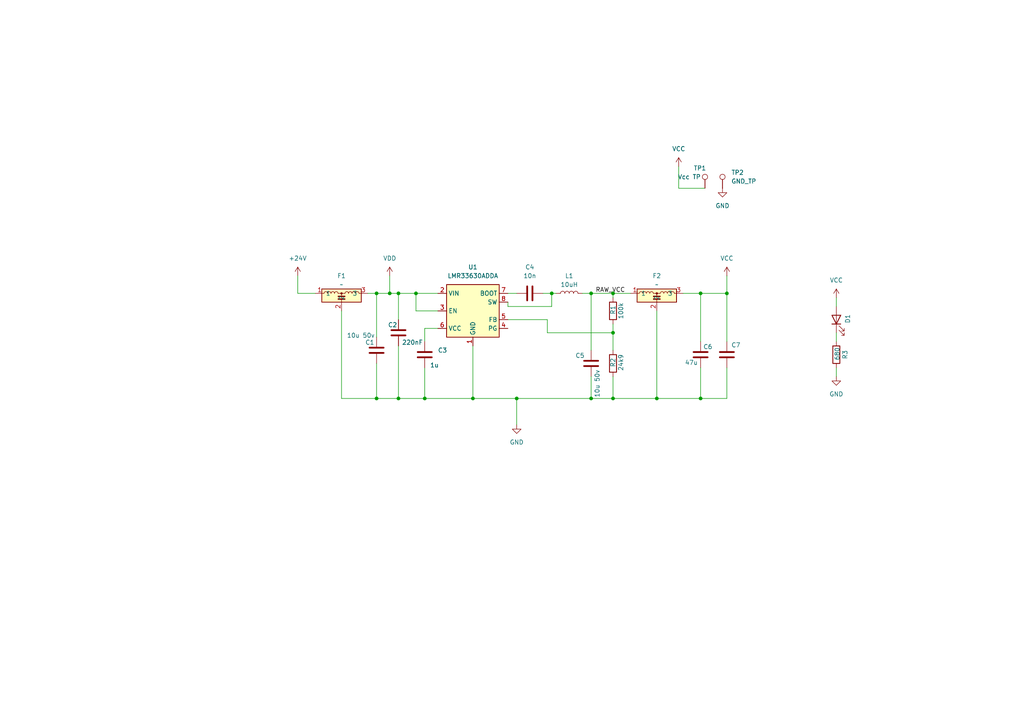
<source format=kicad_sch>
(kicad_sch
	(version 20250114)
	(generator "eeschema")
	(generator_version "9.0")
	(uuid "4223362b-625c-4a19-851c-fef2d3265436")
	(paper "A4")
	(lib_symbols
		(symbol "Arex:NFM611R30"
			(exclude_from_sim no)
			(in_bom yes)
			(on_board yes)
			(property "Reference" "F"
				(at 0 0 0)
				(effects
					(font
						(size 1.27 1.27)
					)
				)
			)
			(property "Value" ""
				(at 0 0 0)
				(effects
					(font
						(size 1.27 1.27)
					)
				)
			)
			(property "Footprint" "Adarwoo:Murata_NFM61R"
				(at 0 0 0)
				(effects
					(font
						(size 1.27 1.27)
					)
					(hide yes)
				)
			)
			(property "Datasheet" ""
				(at 0 0 0)
				(effects
					(font
						(size 1.27 1.27)
					)
					(hide yes)
				)
			)
			(property "Description" ""
				(at 0 0 0)
				(effects
					(font
						(size 1.27 1.27)
					)
					(hide yes)
				)
			)
			(property "ki_keywords" "EMI filter PI "
				(at 0 0 0)
				(effects
					(font
						(size 1.27 1.27)
					)
					(hide yes)
				)
			)
			(symbol "NFM611R30_0_1"
				(rectangle
					(start -5.715 -2.54)
					(end 5.715 -6.35)
					(stroke
						(width 0.254)
						(type default)
					)
					(fill
						(type background)
					)
				)
				(arc
					(start -5.08 -3.81)
					(mid -4.572 -3.3042)
					(end -4.064 -3.81)
					(stroke
						(width 0)
						(type default)
					)
					(fill
						(type none)
					)
				)
				(arc
					(start -4.064 -3.81)
					(mid -3.556 -3.3042)
					(end -3.048 -3.81)
					(stroke
						(width 0)
						(type default)
					)
					(fill
						(type none)
					)
				)
				(arc
					(start -3.048 -3.81)
					(mid -2.54 -3.3042)
					(end -2.032 -3.81)
					(stroke
						(width 0)
						(type default)
					)
					(fill
						(type none)
					)
				)
				(arc
					(start -2.032 -3.81)
					(mid -1.524 -3.3042)
					(end -1.016 -3.81)
					(stroke
						(width 0)
						(type default)
					)
					(fill
						(type none)
					)
				)
				(polyline
					(pts
						(xy -1.016 -3.81) (xy 1.016 -3.81)
					)
					(stroke
						(width 0)
						(type default)
					)
					(fill
						(type none)
					)
				)
				(rectangle
					(start -1.016 -5.588)
					(end 1.016 -5.334)
					(stroke
						(width 0)
						(type default)
					)
					(fill
						(type outline)
					)
				)
				(polyline
					(pts
						(xy 0 -3.81) (xy 0 -4.572)
					)
					(stroke
						(width 0)
						(type default)
					)
					(fill
						(type none)
					)
				)
				(circle
					(center 0 -3.81)
					(radius 0.254)
					(stroke
						(width 0)
						(type default)
					)
					(fill
						(type outline)
					)
				)
				(polyline
					(pts
						(xy 0 -5.588) (xy 0 -6.35)
					)
					(stroke
						(width 0)
						(type default)
					)
					(fill
						(type none)
					)
				)
				(rectangle
					(start 1.016 -4.826)
					(end -1.016 -4.572)
					(stroke
						(width 0)
						(type default)
					)
					(fill
						(type outline)
					)
				)
				(arc
					(start 1.016 -3.81)
					(mid 1.524 -3.3042)
					(end 2.032 -3.81)
					(stroke
						(width 0)
						(type default)
					)
					(fill
						(type none)
					)
				)
				(arc
					(start 2.032 -3.81)
					(mid 2.54 -3.3042)
					(end 3.048 -3.81)
					(stroke
						(width 0)
						(type default)
					)
					(fill
						(type none)
					)
				)
				(arc
					(start 3.048 -3.81)
					(mid 3.556 -3.3042)
					(end 4.064 -3.81)
					(stroke
						(width 0)
						(type default)
					)
					(fill
						(type none)
					)
				)
				(arc
					(start 4.064 -3.81)
					(mid 4.572 -3.3042)
					(end 5.08 -3.81)
					(stroke
						(width 0)
						(type default)
					)
					(fill
						(type none)
					)
				)
			)
			(symbol "NFM611R30_1_1"
				(pin passive line
					(at -7.62 -3.81 0)
					(length 2.54)
					(name "1"
						(effects
							(font
								(size 1.27 1.27)
							)
						)
					)
					(number "1"
						(effects
							(font
								(size 1.27 1.27)
							)
						)
					)
				)
				(pin passive line
					(at 0 -8.89 90)
					(length 2.54)
					(name "2"
						(effects
							(font
								(size 1.27 1.27)
							)
						)
					)
					(number "2"
						(effects
							(font
								(size 1.27 1.27)
							)
						)
					)
				)
				(pin passive line
					(at 7.62 -3.81 180)
					(length 2.54)
					(name "3"
						(effects
							(font
								(size 1.27 1.27)
							)
						)
					)
					(number "3"
						(effects
							(font
								(size 1.27 1.27)
							)
						)
					)
				)
			)
			(embedded_fonts no)
		)
		(symbol "Connector:TestPoint"
			(pin_numbers
				(hide yes)
			)
			(pin_names
				(offset 0.762)
				(hide yes)
			)
			(exclude_from_sim no)
			(in_bom yes)
			(on_board yes)
			(property "Reference" "TP"
				(at 0 6.858 0)
				(effects
					(font
						(size 1.27 1.27)
					)
				)
			)
			(property "Value" "TestPoint"
				(at 0 5.08 0)
				(effects
					(font
						(size 1.27 1.27)
					)
				)
			)
			(property "Footprint" ""
				(at 5.08 0 0)
				(effects
					(font
						(size 1.27 1.27)
					)
					(hide yes)
				)
			)
			(property "Datasheet" "~"
				(at 5.08 0 0)
				(effects
					(font
						(size 1.27 1.27)
					)
					(hide yes)
				)
			)
			(property "Description" "test point"
				(at 0 0 0)
				(effects
					(font
						(size 1.27 1.27)
					)
					(hide yes)
				)
			)
			(property "ki_keywords" "test point tp"
				(at 0 0 0)
				(effects
					(font
						(size 1.27 1.27)
					)
					(hide yes)
				)
			)
			(property "ki_fp_filters" "Pin* Test*"
				(at 0 0 0)
				(effects
					(font
						(size 1.27 1.27)
					)
					(hide yes)
				)
			)
			(symbol "TestPoint_0_1"
				(circle
					(center 0 3.302)
					(radius 0.762)
					(stroke
						(width 0)
						(type default)
					)
					(fill
						(type none)
					)
				)
			)
			(symbol "TestPoint_1_1"
				(pin passive line
					(at 0 0 90)
					(length 2.54)
					(name "1"
						(effects
							(font
								(size 1.27 1.27)
							)
						)
					)
					(number "1"
						(effects
							(font
								(size 1.27 1.27)
							)
						)
					)
				)
			)
			(embedded_fonts no)
		)
		(symbol "Device:C"
			(pin_numbers
				(hide yes)
			)
			(pin_names
				(offset 0.254)
			)
			(exclude_from_sim no)
			(in_bom yes)
			(on_board yes)
			(property "Reference" "C"
				(at 0.635 2.54 0)
				(effects
					(font
						(size 1.27 1.27)
					)
					(justify left)
				)
			)
			(property "Value" "C"
				(at 0.635 -2.54 0)
				(effects
					(font
						(size 1.27 1.27)
					)
					(justify left)
				)
			)
			(property "Footprint" ""
				(at 0.9652 -3.81 0)
				(effects
					(font
						(size 1.27 1.27)
					)
					(hide yes)
				)
			)
			(property "Datasheet" "~"
				(at 0 0 0)
				(effects
					(font
						(size 1.27 1.27)
					)
					(hide yes)
				)
			)
			(property "Description" "Unpolarized capacitor"
				(at 0 0 0)
				(effects
					(font
						(size 1.27 1.27)
					)
					(hide yes)
				)
			)
			(property "ki_keywords" "cap capacitor"
				(at 0 0 0)
				(effects
					(font
						(size 1.27 1.27)
					)
					(hide yes)
				)
			)
			(property "ki_fp_filters" "C_*"
				(at 0 0 0)
				(effects
					(font
						(size 1.27 1.27)
					)
					(hide yes)
				)
			)
			(symbol "C_0_1"
				(polyline
					(pts
						(xy -2.032 0.762) (xy 2.032 0.762)
					)
					(stroke
						(width 0.508)
						(type default)
					)
					(fill
						(type none)
					)
				)
				(polyline
					(pts
						(xy -2.032 -0.762) (xy 2.032 -0.762)
					)
					(stroke
						(width 0.508)
						(type default)
					)
					(fill
						(type none)
					)
				)
			)
			(symbol "C_1_1"
				(pin passive line
					(at 0 3.81 270)
					(length 2.794)
					(name "~"
						(effects
							(font
								(size 1.27 1.27)
							)
						)
					)
					(number "1"
						(effects
							(font
								(size 1.27 1.27)
							)
						)
					)
				)
				(pin passive line
					(at 0 -3.81 90)
					(length 2.794)
					(name "~"
						(effects
							(font
								(size 1.27 1.27)
							)
						)
					)
					(number "2"
						(effects
							(font
								(size 1.27 1.27)
							)
						)
					)
				)
			)
			(embedded_fonts no)
		)
		(symbol "Device:L"
			(pin_numbers
				(hide yes)
			)
			(pin_names
				(offset 1.016)
				(hide yes)
			)
			(exclude_from_sim no)
			(in_bom yes)
			(on_board yes)
			(property "Reference" "L"
				(at -1.27 0 90)
				(effects
					(font
						(size 1.27 1.27)
					)
				)
			)
			(property "Value" "L"
				(at 1.905 0 90)
				(effects
					(font
						(size 1.27 1.27)
					)
				)
			)
			(property "Footprint" ""
				(at 0 0 0)
				(effects
					(font
						(size 1.27 1.27)
					)
					(hide yes)
				)
			)
			(property "Datasheet" "~"
				(at 0 0 0)
				(effects
					(font
						(size 1.27 1.27)
					)
					(hide yes)
				)
			)
			(property "Description" "Inductor"
				(at 0 0 0)
				(effects
					(font
						(size 1.27 1.27)
					)
					(hide yes)
				)
			)
			(property "ki_keywords" "inductor choke coil reactor magnetic"
				(at 0 0 0)
				(effects
					(font
						(size 1.27 1.27)
					)
					(hide yes)
				)
			)
			(property "ki_fp_filters" "Choke_* *Coil* Inductor_* L_*"
				(at 0 0 0)
				(effects
					(font
						(size 1.27 1.27)
					)
					(hide yes)
				)
			)
			(symbol "L_0_1"
				(arc
					(start 0 2.54)
					(mid 0.6323 1.905)
					(end 0 1.27)
					(stroke
						(width 0)
						(type default)
					)
					(fill
						(type none)
					)
				)
				(arc
					(start 0 1.27)
					(mid 0.6323 0.635)
					(end 0 0)
					(stroke
						(width 0)
						(type default)
					)
					(fill
						(type none)
					)
				)
				(arc
					(start 0 0)
					(mid 0.6323 -0.635)
					(end 0 -1.27)
					(stroke
						(width 0)
						(type default)
					)
					(fill
						(type none)
					)
				)
				(arc
					(start 0 -1.27)
					(mid 0.6323 -1.905)
					(end 0 -2.54)
					(stroke
						(width 0)
						(type default)
					)
					(fill
						(type none)
					)
				)
			)
			(symbol "L_1_1"
				(pin passive line
					(at 0 3.81 270)
					(length 1.27)
					(name "1"
						(effects
							(font
								(size 1.27 1.27)
							)
						)
					)
					(number "1"
						(effects
							(font
								(size 1.27 1.27)
							)
						)
					)
				)
				(pin passive line
					(at 0 -3.81 90)
					(length 1.27)
					(name "2"
						(effects
							(font
								(size 1.27 1.27)
							)
						)
					)
					(number "2"
						(effects
							(font
								(size 1.27 1.27)
							)
						)
					)
				)
			)
			(embedded_fonts no)
		)
		(symbol "Device:LED"
			(pin_numbers
				(hide yes)
			)
			(pin_names
				(offset 1.016)
				(hide yes)
			)
			(exclude_from_sim no)
			(in_bom yes)
			(on_board yes)
			(property "Reference" "D"
				(at 0 2.54 0)
				(effects
					(font
						(size 1.27 1.27)
					)
				)
			)
			(property "Value" "LED"
				(at 0 -2.54 0)
				(effects
					(font
						(size 1.27 1.27)
					)
				)
			)
			(property "Footprint" ""
				(at 0 0 0)
				(effects
					(font
						(size 1.27 1.27)
					)
					(hide yes)
				)
			)
			(property "Datasheet" "~"
				(at 0 0 0)
				(effects
					(font
						(size 1.27 1.27)
					)
					(hide yes)
				)
			)
			(property "Description" "Light emitting diode"
				(at 0 0 0)
				(effects
					(font
						(size 1.27 1.27)
					)
					(hide yes)
				)
			)
			(property "Sim.Pins" "1=K 2=A"
				(at 0 0 0)
				(effects
					(font
						(size 1.27 1.27)
					)
					(hide yes)
				)
			)
			(property "ki_keywords" "LED diode"
				(at 0 0 0)
				(effects
					(font
						(size 1.27 1.27)
					)
					(hide yes)
				)
			)
			(property "ki_fp_filters" "LED* LED_SMD:* LED_THT:*"
				(at 0 0 0)
				(effects
					(font
						(size 1.27 1.27)
					)
					(hide yes)
				)
			)
			(symbol "LED_0_1"
				(polyline
					(pts
						(xy -3.048 -0.762) (xy -4.572 -2.286) (xy -3.81 -2.286) (xy -4.572 -2.286) (xy -4.572 -1.524)
					)
					(stroke
						(width 0)
						(type default)
					)
					(fill
						(type none)
					)
				)
				(polyline
					(pts
						(xy -1.778 -0.762) (xy -3.302 -2.286) (xy -2.54 -2.286) (xy -3.302 -2.286) (xy -3.302 -1.524)
					)
					(stroke
						(width 0)
						(type default)
					)
					(fill
						(type none)
					)
				)
				(polyline
					(pts
						(xy -1.27 0) (xy 1.27 0)
					)
					(stroke
						(width 0)
						(type default)
					)
					(fill
						(type none)
					)
				)
				(polyline
					(pts
						(xy -1.27 -1.27) (xy -1.27 1.27)
					)
					(stroke
						(width 0.254)
						(type default)
					)
					(fill
						(type none)
					)
				)
				(polyline
					(pts
						(xy 1.27 -1.27) (xy 1.27 1.27) (xy -1.27 0) (xy 1.27 -1.27)
					)
					(stroke
						(width 0.254)
						(type default)
					)
					(fill
						(type none)
					)
				)
			)
			(symbol "LED_1_1"
				(pin passive line
					(at -3.81 0 0)
					(length 2.54)
					(name "K"
						(effects
							(font
								(size 1.27 1.27)
							)
						)
					)
					(number "1"
						(effects
							(font
								(size 1.27 1.27)
							)
						)
					)
				)
				(pin passive line
					(at 3.81 0 180)
					(length 2.54)
					(name "A"
						(effects
							(font
								(size 1.27 1.27)
							)
						)
					)
					(number "2"
						(effects
							(font
								(size 1.27 1.27)
							)
						)
					)
				)
			)
			(embedded_fonts no)
		)
		(symbol "Device:R"
			(pin_numbers
				(hide yes)
			)
			(pin_names
				(offset 0)
			)
			(exclude_from_sim no)
			(in_bom yes)
			(on_board yes)
			(property "Reference" "R"
				(at 2.032 0 90)
				(effects
					(font
						(size 1.27 1.27)
					)
				)
			)
			(property "Value" "R"
				(at 0 0 90)
				(effects
					(font
						(size 1.27 1.27)
					)
				)
			)
			(property "Footprint" ""
				(at -1.778 0 90)
				(effects
					(font
						(size 1.27 1.27)
					)
					(hide yes)
				)
			)
			(property "Datasheet" "~"
				(at 0 0 0)
				(effects
					(font
						(size 1.27 1.27)
					)
					(hide yes)
				)
			)
			(property "Description" "Resistor"
				(at 0 0 0)
				(effects
					(font
						(size 1.27 1.27)
					)
					(hide yes)
				)
			)
			(property "ki_keywords" "R res resistor"
				(at 0 0 0)
				(effects
					(font
						(size 1.27 1.27)
					)
					(hide yes)
				)
			)
			(property "ki_fp_filters" "R_*"
				(at 0 0 0)
				(effects
					(font
						(size 1.27 1.27)
					)
					(hide yes)
				)
			)
			(symbol "R_0_1"
				(rectangle
					(start -1.016 -2.54)
					(end 1.016 2.54)
					(stroke
						(width 0.254)
						(type default)
					)
					(fill
						(type none)
					)
				)
			)
			(symbol "R_1_1"
				(pin passive line
					(at 0 3.81 270)
					(length 1.27)
					(name "~"
						(effects
							(font
								(size 1.27 1.27)
							)
						)
					)
					(number "1"
						(effects
							(font
								(size 1.27 1.27)
							)
						)
					)
				)
				(pin passive line
					(at 0 -3.81 90)
					(length 1.27)
					(name "~"
						(effects
							(font
								(size 1.27 1.27)
							)
						)
					)
					(number "2"
						(effects
							(font
								(size 1.27 1.27)
							)
						)
					)
				)
			)
			(embedded_fonts no)
		)
		(symbol "Regulator_Switching:LMR33630ADDA"
			(exclude_from_sim no)
			(in_bom yes)
			(on_board yes)
			(property "Reference" "U"
				(at 0 11.43 0)
				(effects
					(font
						(size 1.27 1.27)
					)
				)
			)
			(property "Value" "LMR33630ADDA"
				(at 0 8.89 0)
				(effects
					(font
						(size 1.27 1.27)
					)
				)
			)
			(property "Footprint" "Package_SO:Texas_HSOP-8-1EP_3.9x4.9mm_P1.27mm_ThermalVias"
				(at 0 -20.32 0)
				(effects
					(font
						(size 1.27 1.27)
					)
					(hide yes)
				)
			)
			(property "Datasheet" "http://www.ti.com/lit/ds/symlink/lmr33630.pdf"
				(at 0 -2.54 0)
				(effects
					(font
						(size 1.27 1.27)
					)
					(hide yes)
				)
			)
			(property "Description" "Simple Switcher Synchronous Buck Regulator, Vin=3.8-36V, Iout=3A, F=400kHz, Adjustable output voltage, HSOP-8"
				(at 0 0 0)
				(effects
					(font
						(size 1.27 1.27)
					)
					(hide yes)
				)
			)
			(property "ki_keywords" "simple-switcher synchronous buck step-down voltage-regulator"
				(at 0 0 0)
				(effects
					(font
						(size 1.27 1.27)
					)
					(hide yes)
				)
			)
			(property "ki_fp_filters" "Texas*HSOP*1EP*"
				(at 0 0 0)
				(effects
					(font
						(size 1.27 1.27)
					)
					(hide yes)
				)
			)
			(symbol "LMR33630ADDA_0_1"
				(rectangle
					(start -7.62 7.62)
					(end 7.62 -7.62)
					(stroke
						(width 0.254)
						(type default)
					)
					(fill
						(type background)
					)
				)
			)
			(symbol "LMR33630ADDA_1_1"
				(pin power_in line
					(at -10.16 5.08 0)
					(length 2.54)
					(name "VIN"
						(effects
							(font
								(size 1.27 1.27)
							)
						)
					)
					(number "2"
						(effects
							(font
								(size 1.27 1.27)
							)
						)
					)
				)
				(pin input line
					(at -10.16 0 0)
					(length 2.54)
					(name "EN"
						(effects
							(font
								(size 1.27 1.27)
							)
						)
					)
					(number "3"
						(effects
							(font
								(size 1.27 1.27)
							)
						)
					)
				)
				(pin power_out line
					(at -10.16 -5.08 0)
					(length 2.54)
					(name "VCC"
						(effects
							(font
								(size 1.27 1.27)
							)
						)
					)
					(number "6"
						(effects
							(font
								(size 1.27 1.27)
							)
						)
					)
				)
				(pin power_in line
					(at 0 -10.16 90)
					(length 2.54)
					(name "GND"
						(effects
							(font
								(size 1.27 1.27)
							)
						)
					)
					(number "1"
						(effects
							(font
								(size 1.27 1.27)
							)
						)
					)
				)
				(pin passive line
					(at 0 -10.16 90)
					(length 2.54)
					(hide yes)
					(name "GND"
						(effects
							(font
								(size 1.27 1.27)
							)
						)
					)
					(number "9"
						(effects
							(font
								(size 1.27 1.27)
							)
						)
					)
				)
				(pin input line
					(at 10.16 5.08 180)
					(length 2.54)
					(name "BOOT"
						(effects
							(font
								(size 1.27 1.27)
							)
						)
					)
					(number "7"
						(effects
							(font
								(size 1.27 1.27)
							)
						)
					)
				)
				(pin output line
					(at 10.16 2.54 180)
					(length 2.54)
					(name "SW"
						(effects
							(font
								(size 1.27 1.27)
							)
						)
					)
					(number "8"
						(effects
							(font
								(size 1.27 1.27)
							)
						)
					)
				)
				(pin input line
					(at 10.16 -2.54 180)
					(length 2.54)
					(name "FB"
						(effects
							(font
								(size 1.27 1.27)
							)
						)
					)
					(number "5"
						(effects
							(font
								(size 1.27 1.27)
							)
						)
					)
				)
				(pin open_collector line
					(at 10.16 -5.08 180)
					(length 2.54)
					(name "PG"
						(effects
							(font
								(size 1.27 1.27)
							)
						)
					)
					(number "4"
						(effects
							(font
								(size 1.27 1.27)
							)
						)
					)
				)
			)
			(embedded_fonts no)
		)
		(symbol "power:+24V"
			(power)
			(pin_numbers
				(hide yes)
			)
			(pin_names
				(offset 0)
				(hide yes)
			)
			(exclude_from_sim no)
			(in_bom yes)
			(on_board yes)
			(property "Reference" "#PWR"
				(at 0 -3.81 0)
				(effects
					(font
						(size 1.27 1.27)
					)
					(hide yes)
				)
			)
			(property "Value" "+24V"
				(at 0 3.556 0)
				(effects
					(font
						(size 1.27 1.27)
					)
				)
			)
			(property "Footprint" ""
				(at 0 0 0)
				(effects
					(font
						(size 1.27 1.27)
					)
					(hide yes)
				)
			)
			(property "Datasheet" ""
				(at 0 0 0)
				(effects
					(font
						(size 1.27 1.27)
					)
					(hide yes)
				)
			)
			(property "Description" "Power symbol creates a global label with name \"+24V\""
				(at 0 0 0)
				(effects
					(font
						(size 1.27 1.27)
					)
					(hide yes)
				)
			)
			(property "ki_keywords" "global power"
				(at 0 0 0)
				(effects
					(font
						(size 1.27 1.27)
					)
					(hide yes)
				)
			)
			(symbol "+24V_0_1"
				(polyline
					(pts
						(xy -0.762 1.27) (xy 0 2.54)
					)
					(stroke
						(width 0)
						(type default)
					)
					(fill
						(type none)
					)
				)
				(polyline
					(pts
						(xy 0 2.54) (xy 0.762 1.27)
					)
					(stroke
						(width 0)
						(type default)
					)
					(fill
						(type none)
					)
				)
				(polyline
					(pts
						(xy 0 0) (xy 0 2.54)
					)
					(stroke
						(width 0)
						(type default)
					)
					(fill
						(type none)
					)
				)
			)
			(symbol "+24V_1_1"
				(pin power_in line
					(at 0 0 90)
					(length 0)
					(name "~"
						(effects
							(font
								(size 1.27 1.27)
							)
						)
					)
					(number "1"
						(effects
							(font
								(size 1.27 1.27)
							)
						)
					)
				)
			)
			(embedded_fonts no)
		)
		(symbol "power:GND"
			(power)
			(pin_numbers
				(hide yes)
			)
			(pin_names
				(offset 0)
				(hide yes)
			)
			(exclude_from_sim no)
			(in_bom yes)
			(on_board yes)
			(property "Reference" "#PWR"
				(at 0 -6.35 0)
				(effects
					(font
						(size 1.27 1.27)
					)
					(hide yes)
				)
			)
			(property "Value" "GND"
				(at 0 -3.81 0)
				(effects
					(font
						(size 1.27 1.27)
					)
				)
			)
			(property "Footprint" ""
				(at 0 0 0)
				(effects
					(font
						(size 1.27 1.27)
					)
					(hide yes)
				)
			)
			(property "Datasheet" ""
				(at 0 0 0)
				(effects
					(font
						(size 1.27 1.27)
					)
					(hide yes)
				)
			)
			(property "Description" "Power symbol creates a global label with name \"GND\" , ground"
				(at 0 0 0)
				(effects
					(font
						(size 1.27 1.27)
					)
					(hide yes)
				)
			)
			(property "ki_keywords" "global power"
				(at 0 0 0)
				(effects
					(font
						(size 1.27 1.27)
					)
					(hide yes)
				)
			)
			(symbol "GND_0_1"
				(polyline
					(pts
						(xy 0 0) (xy 0 -1.27) (xy 1.27 -1.27) (xy 0 -2.54) (xy -1.27 -1.27) (xy 0 -1.27)
					)
					(stroke
						(width 0)
						(type default)
					)
					(fill
						(type none)
					)
				)
			)
			(symbol "GND_1_1"
				(pin power_in line
					(at 0 0 270)
					(length 0)
					(name "~"
						(effects
							(font
								(size 1.27 1.27)
							)
						)
					)
					(number "1"
						(effects
							(font
								(size 1.27 1.27)
							)
						)
					)
				)
			)
			(embedded_fonts no)
		)
		(symbol "power:VCC"
			(power)
			(pin_numbers
				(hide yes)
			)
			(pin_names
				(offset 0)
				(hide yes)
			)
			(exclude_from_sim no)
			(in_bom yes)
			(on_board yes)
			(property "Reference" "#PWR"
				(at 0 -3.81 0)
				(effects
					(font
						(size 1.27 1.27)
					)
					(hide yes)
				)
			)
			(property "Value" "VCC"
				(at 0 3.556 0)
				(effects
					(font
						(size 1.27 1.27)
					)
				)
			)
			(property "Footprint" ""
				(at 0 0 0)
				(effects
					(font
						(size 1.27 1.27)
					)
					(hide yes)
				)
			)
			(property "Datasheet" ""
				(at 0 0 0)
				(effects
					(font
						(size 1.27 1.27)
					)
					(hide yes)
				)
			)
			(property "Description" "Power symbol creates a global label with name \"VCC\""
				(at 0 0 0)
				(effects
					(font
						(size 1.27 1.27)
					)
					(hide yes)
				)
			)
			(property "ki_keywords" "global power"
				(at 0 0 0)
				(effects
					(font
						(size 1.27 1.27)
					)
					(hide yes)
				)
			)
			(symbol "VCC_0_1"
				(polyline
					(pts
						(xy -0.762 1.27) (xy 0 2.54)
					)
					(stroke
						(width 0)
						(type default)
					)
					(fill
						(type none)
					)
				)
				(polyline
					(pts
						(xy 0 2.54) (xy 0.762 1.27)
					)
					(stroke
						(width 0)
						(type default)
					)
					(fill
						(type none)
					)
				)
				(polyline
					(pts
						(xy 0 0) (xy 0 2.54)
					)
					(stroke
						(width 0)
						(type default)
					)
					(fill
						(type none)
					)
				)
			)
			(symbol "VCC_1_1"
				(pin power_in line
					(at 0 0 90)
					(length 0)
					(name "~"
						(effects
							(font
								(size 1.27 1.27)
							)
						)
					)
					(number "1"
						(effects
							(font
								(size 1.27 1.27)
							)
						)
					)
				)
			)
			(embedded_fonts no)
		)
		(symbol "power:VDD"
			(power)
			(pin_numbers
				(hide yes)
			)
			(pin_names
				(offset 0)
				(hide yes)
			)
			(exclude_from_sim no)
			(in_bom yes)
			(on_board yes)
			(property "Reference" "#PWR"
				(at 0 -3.81 0)
				(effects
					(font
						(size 1.27 1.27)
					)
					(hide yes)
				)
			)
			(property "Value" "VDD"
				(at 0 3.556 0)
				(effects
					(font
						(size 1.27 1.27)
					)
				)
			)
			(property "Footprint" ""
				(at 0 0 0)
				(effects
					(font
						(size 1.27 1.27)
					)
					(hide yes)
				)
			)
			(property "Datasheet" ""
				(at 0 0 0)
				(effects
					(font
						(size 1.27 1.27)
					)
					(hide yes)
				)
			)
			(property "Description" "Power symbol creates a global label with name \"VDD\""
				(at 0 0 0)
				(effects
					(font
						(size 1.27 1.27)
					)
					(hide yes)
				)
			)
			(property "ki_keywords" "global power"
				(at 0 0 0)
				(effects
					(font
						(size 1.27 1.27)
					)
					(hide yes)
				)
			)
			(symbol "VDD_0_1"
				(polyline
					(pts
						(xy -0.762 1.27) (xy 0 2.54)
					)
					(stroke
						(width 0)
						(type default)
					)
					(fill
						(type none)
					)
				)
				(polyline
					(pts
						(xy 0 2.54) (xy 0.762 1.27)
					)
					(stroke
						(width 0)
						(type default)
					)
					(fill
						(type none)
					)
				)
				(polyline
					(pts
						(xy 0 0) (xy 0 2.54)
					)
					(stroke
						(width 0)
						(type default)
					)
					(fill
						(type none)
					)
				)
			)
			(symbol "VDD_1_1"
				(pin power_in line
					(at 0 0 90)
					(length 0)
					(name "~"
						(effects
							(font
								(size 1.27 1.27)
							)
						)
					)
					(number "1"
						(effects
							(font
								(size 1.27 1.27)
							)
						)
					)
				)
			)
			(embedded_fonts no)
		)
	)
	(junction
		(at 149.86 115.57)
		(diameter 0)
		(color 0 0 0 0)
		(uuid "086b2f78-d407-49e0-b726-9351dc56e754")
	)
	(junction
		(at 177.8 115.57)
		(diameter 0)
		(color 0 0 0 0)
		(uuid "155b0598-2e95-4c3b-ba49-a2d5e0f2d1a5")
	)
	(junction
		(at 171.45 85.09)
		(diameter 0)
		(color 0 0 0 0)
		(uuid "15e0cb2a-ccfe-41a7-ace0-221d092dfc4c")
	)
	(junction
		(at 109.22 85.09)
		(diameter 0)
		(color 0 0 0 0)
		(uuid "2cc4e83c-814c-42d2-ba94-6f9801dc78b6")
	)
	(junction
		(at 115.57 115.57)
		(diameter 0)
		(color 0 0 0 0)
		(uuid "490d80d7-bf9d-4379-b8a8-4a4d303b3a1f")
	)
	(junction
		(at 210.82 85.09)
		(diameter 0)
		(color 0 0 0 0)
		(uuid "5843536c-06f2-4d7e-805b-4d8e9d877275")
	)
	(junction
		(at 203.2 85.09)
		(diameter 0)
		(color 0 0 0 0)
		(uuid "6cd42b2f-605f-4d6f-a18d-71427d465fbf")
	)
	(junction
		(at 177.8 96.52)
		(diameter 0)
		(color 0 0 0 0)
		(uuid "7f04c8a9-11fa-4680-b25e-dafa46eec029")
	)
	(junction
		(at 137.16 115.57)
		(diameter 0)
		(color 0 0 0 0)
		(uuid "8337dd05-7c64-4179-936a-07e6395d7d24")
	)
	(junction
		(at 190.5 115.57)
		(diameter 0)
		(color 0 0 0 0)
		(uuid "87ebee5a-40f4-41d2-bfd8-68ade597d73b")
	)
	(junction
		(at 160.02 85.09)
		(diameter 0)
		(color 0 0 0 0)
		(uuid "920c7c35-a0c7-4457-92b8-526c8983d090")
	)
	(junction
		(at 113.03 85.09)
		(diameter 0)
		(color 0 0 0 0)
		(uuid "a99044b5-b61f-4d51-80ab-6461e40e08b1")
	)
	(junction
		(at 177.8 85.09)
		(diameter 0)
		(color 0 0 0 0)
		(uuid "b5c328ee-b150-40ab-879e-e21ecc08bbc6")
	)
	(junction
		(at 120.65 85.09)
		(diameter 0)
		(color 0 0 0 0)
		(uuid "cbd70456-3770-4a00-93c9-0632bfe84e82")
	)
	(junction
		(at 171.45 115.57)
		(diameter 0)
		(color 0 0 0 0)
		(uuid "dabee5d7-e58b-4d2e-9d68-0845e35e4992")
	)
	(junction
		(at 109.22 115.57)
		(diameter 0)
		(color 0 0 0 0)
		(uuid "edf1a34a-1b4c-4d22-abdc-759661f15b3d")
	)
	(junction
		(at 115.57 85.09)
		(diameter 0)
		(color 0 0 0 0)
		(uuid "f44ccb70-69dd-4408-9734-bcc3978fe64f")
	)
	(junction
		(at 123.19 115.57)
		(diameter 0)
		(color 0 0 0 0)
		(uuid "fb5af2bf-d258-435b-bd8a-0545c9bd501d")
	)
	(junction
		(at 203.2 115.57)
		(diameter 0)
		(color 0 0 0 0)
		(uuid "ffe3eed1-51c7-4715-93a5-f9deab0017f1")
	)
	(wire
		(pts
			(xy 171.45 85.09) (xy 177.8 85.09)
		)
		(stroke
			(width 0)
			(type default)
		)
		(uuid "036081a9-7dff-48db-a366-834d9ca0633c")
	)
	(wire
		(pts
			(xy 147.32 88.9) (xy 147.32 87.63)
		)
		(stroke
			(width 0)
			(type default)
		)
		(uuid "0633efff-1af9-42d8-bc5e-a53676115faa")
	)
	(wire
		(pts
			(xy 210.82 115.57) (xy 203.2 115.57)
		)
		(stroke
			(width 0)
			(type default)
		)
		(uuid "1126b8c5-c844-47c0-981f-3d21f50bd0b4")
	)
	(wire
		(pts
			(xy 177.8 85.09) (xy 182.88 85.09)
		)
		(stroke
			(width 0)
			(type default)
		)
		(uuid "12ba2aab-cfc4-4825-99e1-882af42fc45b")
	)
	(wire
		(pts
			(xy 168.91 85.09) (xy 171.45 85.09)
		)
		(stroke
			(width 0)
			(type default)
		)
		(uuid "1626af88-ae07-4e87-9480-5696f9c501a8")
	)
	(wire
		(pts
			(xy 109.22 105.41) (xy 109.22 115.57)
		)
		(stroke
			(width 0)
			(type default)
		)
		(uuid "167ca4d4-9fbf-4f45-9159-7c7a9256dd98")
	)
	(wire
		(pts
			(xy 115.57 100.33) (xy 115.57 115.57)
		)
		(stroke
			(width 0)
			(type default)
		)
		(uuid "1bf45693-cda6-48ea-8aeb-2b306600fa5f")
	)
	(wire
		(pts
			(xy 171.45 109.22) (xy 171.45 115.57)
		)
		(stroke
			(width 0)
			(type default)
		)
		(uuid "20137d97-1660-406d-9a67-fd8c33e29266")
	)
	(wire
		(pts
			(xy 158.75 92.71) (xy 147.32 92.71)
		)
		(stroke
			(width 0)
			(type default)
		)
		(uuid "258ee6bc-1524-4a6a-806e-5aeddde4994e")
	)
	(wire
		(pts
			(xy 203.2 85.09) (xy 210.82 85.09)
		)
		(stroke
			(width 0)
			(type default)
		)
		(uuid "2f292feb-2d74-4815-9852-48b65098e0d9")
	)
	(wire
		(pts
			(xy 203.2 85.09) (xy 203.2 99.06)
		)
		(stroke
			(width 0)
			(type default)
		)
		(uuid "3af78827-6769-4039-98dd-b48a848cb068")
	)
	(wire
		(pts
			(xy 177.8 96.52) (xy 177.8 101.6)
		)
		(stroke
			(width 0)
			(type default)
		)
		(uuid "3b07b52b-9771-4b63-a508-b14abbf6aa4f")
	)
	(wire
		(pts
			(xy 198.12 85.09) (xy 203.2 85.09)
		)
		(stroke
			(width 0)
			(type default)
		)
		(uuid "3e8feee8-794c-4ed6-bc68-57be246ad314")
	)
	(wire
		(pts
			(xy 127 85.09) (xy 120.65 85.09)
		)
		(stroke
			(width 0)
			(type default)
		)
		(uuid "424b3af8-33a6-41fe-98c0-65977f9d8205")
	)
	(wire
		(pts
			(xy 242.57 96.52) (xy 242.57 99.06)
		)
		(stroke
			(width 0)
			(type default)
		)
		(uuid "489bf6c6-56df-49a5-b2f1-9f56ba096e47")
	)
	(wire
		(pts
			(xy 177.8 85.09) (xy 177.8 86.36)
		)
		(stroke
			(width 0)
			(type default)
		)
		(uuid "4b084c96-b9ac-434c-a06d-7bdce80957e9")
	)
	(wire
		(pts
			(xy 123.19 95.25) (xy 123.19 99.06)
		)
		(stroke
			(width 0)
			(type default)
		)
		(uuid "4b0dba3b-4942-4e7f-85a8-c53bd724c396")
	)
	(wire
		(pts
			(xy 160.02 88.9) (xy 160.02 85.09)
		)
		(stroke
			(width 0)
			(type default)
		)
		(uuid "4fb5c5da-bafa-4015-a841-80d4e6503a46")
	)
	(wire
		(pts
			(xy 120.65 90.17) (xy 127 90.17)
		)
		(stroke
			(width 0)
			(type default)
		)
		(uuid "55d40967-05c8-4660-aa4a-dc7ed57c1657")
	)
	(wire
		(pts
			(xy 99.06 115.57) (xy 109.22 115.57)
		)
		(stroke
			(width 0)
			(type default)
		)
		(uuid "57472cd7-6ef3-43fe-b55c-1270019457a7")
	)
	(wire
		(pts
			(xy 86.36 80.01) (xy 86.36 85.09)
		)
		(stroke
			(width 0)
			(type default)
		)
		(uuid "5adc1f82-b052-4e3b-bc45-a67663317133")
	)
	(wire
		(pts
			(xy 196.85 48.26) (xy 196.85 54.61)
		)
		(stroke
			(width 0)
			(type default)
		)
		(uuid "5bcc11de-5688-43ca-bdf0-bf7d0e737631")
	)
	(wire
		(pts
			(xy 115.57 85.09) (xy 115.57 92.71)
		)
		(stroke
			(width 0)
			(type default)
		)
		(uuid "5c29623a-67e1-43ee-b7a2-0ebf7a5da673")
	)
	(wire
		(pts
			(xy 190.5 90.17) (xy 190.5 115.57)
		)
		(stroke
			(width 0)
			(type default)
		)
		(uuid "5c7fb855-b71d-4e73-87a3-778241e5d8d1")
	)
	(wire
		(pts
			(xy 115.57 115.57) (xy 123.19 115.57)
		)
		(stroke
			(width 0)
			(type default)
		)
		(uuid "5eb37c63-5a17-456d-8c14-1a9fc2f6bc2f")
	)
	(wire
		(pts
			(xy 137.16 115.57) (xy 123.19 115.57)
		)
		(stroke
			(width 0)
			(type default)
		)
		(uuid "67c2c5ce-f9de-4c26-a3f9-3024147f16f3")
	)
	(wire
		(pts
			(xy 109.22 85.09) (xy 106.68 85.09)
		)
		(stroke
			(width 0)
			(type default)
		)
		(uuid "6868b5ff-3fce-4f6e-9f0a-a2e2284b7f86")
	)
	(wire
		(pts
			(xy 137.16 100.33) (xy 137.16 115.57)
		)
		(stroke
			(width 0)
			(type default)
		)
		(uuid "68d27953-b55f-4978-b887-ccd93da8fd45")
	)
	(wire
		(pts
			(xy 177.8 96.52) (xy 158.75 96.52)
		)
		(stroke
			(width 0)
			(type default)
		)
		(uuid "6d34f37a-e3e4-46ae-8f23-41e2f57d83f0")
	)
	(wire
		(pts
			(xy 242.57 109.22) (xy 242.57 106.68)
		)
		(stroke
			(width 0)
			(type default)
		)
		(uuid "767fbffd-be46-465b-a541-5e16d5928e57")
	)
	(wire
		(pts
			(xy 171.45 115.57) (xy 149.86 115.57)
		)
		(stroke
			(width 0)
			(type default)
		)
		(uuid "835fe883-6cb6-44d0-b604-b1d0de355361")
	)
	(wire
		(pts
			(xy 196.85 54.61) (xy 204.47 54.61)
		)
		(stroke
			(width 0)
			(type default)
		)
		(uuid "8ec52a9b-70a8-4c9a-928f-5bbaab940b79")
	)
	(wire
		(pts
			(xy 210.82 80.01) (xy 210.82 85.09)
		)
		(stroke
			(width 0)
			(type default)
		)
		(uuid "902d6c22-8f9b-4706-8110-ad03ff5cedd1")
	)
	(wire
		(pts
			(xy 123.19 115.57) (xy 123.19 106.68)
		)
		(stroke
			(width 0)
			(type default)
		)
		(uuid "94978e69-eb7d-4955-a3a4-4203128e8ec4")
	)
	(wire
		(pts
			(xy 149.86 123.19) (xy 149.86 115.57)
		)
		(stroke
			(width 0)
			(type default)
		)
		(uuid "97fd25c9-71c7-499f-9048-5e30b3f3c74a")
	)
	(wire
		(pts
			(xy 210.82 85.09) (xy 210.82 99.06)
		)
		(stroke
			(width 0)
			(type default)
		)
		(uuid "9a8a33e0-f969-4eb2-b178-af0715ca35e1")
	)
	(wire
		(pts
			(xy 147.32 85.09) (xy 149.86 85.09)
		)
		(stroke
			(width 0)
			(type default)
		)
		(uuid "9d2b666d-cca6-470c-a47e-b095e372035f")
	)
	(wire
		(pts
			(xy 86.36 85.09) (xy 91.44 85.09)
		)
		(stroke
			(width 0)
			(type default)
		)
		(uuid "9f59eb18-2623-4dfb-96db-34c855e737e3")
	)
	(wire
		(pts
			(xy 113.03 85.09) (xy 115.57 85.09)
		)
		(stroke
			(width 0)
			(type default)
		)
		(uuid "a4a5ef6c-29b6-4f53-bb7b-de9d8d647509")
	)
	(wire
		(pts
			(xy 120.65 85.09) (xy 120.65 90.17)
		)
		(stroke
			(width 0)
			(type default)
		)
		(uuid "a7ce756d-5fe0-4f6e-b277-941be9cccc58")
	)
	(wire
		(pts
			(xy 109.22 85.09) (xy 113.03 85.09)
		)
		(stroke
			(width 0)
			(type default)
		)
		(uuid "b2871696-cc07-40e9-b335-4269a0b0ce20")
	)
	(wire
		(pts
			(xy 171.45 85.09) (xy 171.45 101.6)
		)
		(stroke
			(width 0)
			(type default)
		)
		(uuid "b66d2d09-45eb-4235-98d1-a76b88c15ab8")
	)
	(wire
		(pts
			(xy 242.57 86.36) (xy 242.57 88.9)
		)
		(stroke
			(width 0)
			(type default)
		)
		(uuid "b8e56a73-43fb-421e-9db8-410a5ee184f0")
	)
	(wire
		(pts
			(xy 157.48 85.09) (xy 160.02 85.09)
		)
		(stroke
			(width 0)
			(type default)
		)
		(uuid "c53c8914-759e-4432-8b50-814eac11eda7")
	)
	(wire
		(pts
			(xy 127 95.25) (xy 123.19 95.25)
		)
		(stroke
			(width 0)
			(type default)
		)
		(uuid "cacee607-231c-443f-b069-9ccfbb452d6a")
	)
	(wire
		(pts
			(xy 177.8 93.98) (xy 177.8 96.52)
		)
		(stroke
			(width 0)
			(type default)
		)
		(uuid "d0947f85-aa5e-42c3-8ad1-5024c206f05d")
	)
	(wire
		(pts
			(xy 158.75 96.52) (xy 158.75 92.71)
		)
		(stroke
			(width 0)
			(type default)
		)
		(uuid "d1a775cb-a2d4-471b-9fab-c61dd7162524")
	)
	(wire
		(pts
			(xy 109.22 115.57) (xy 115.57 115.57)
		)
		(stroke
			(width 0)
			(type default)
		)
		(uuid "d5c90977-063e-40fd-b2ca-4aa0592c52a4")
	)
	(wire
		(pts
			(xy 109.22 85.09) (xy 109.22 97.79)
		)
		(stroke
			(width 0)
			(type default)
		)
		(uuid "d6fd9fd0-4589-492c-bce3-fa48ee94f641")
	)
	(wire
		(pts
			(xy 210.82 106.68) (xy 210.82 115.57)
		)
		(stroke
			(width 0)
			(type default)
		)
		(uuid "db557e99-a4cd-4805-9eef-04ddf6fc7cbc")
	)
	(wire
		(pts
			(xy 203.2 115.57) (xy 203.2 106.68)
		)
		(stroke
			(width 0)
			(type default)
		)
		(uuid "deb8d184-4d01-4425-bc7d-878386c2aa40")
	)
	(wire
		(pts
			(xy 99.06 90.17) (xy 99.06 115.57)
		)
		(stroke
			(width 0)
			(type default)
		)
		(uuid "dfa59dd2-297b-4e7b-b128-ece5e108e9bf")
	)
	(wire
		(pts
			(xy 160.02 85.09) (xy 161.29 85.09)
		)
		(stroke
			(width 0)
			(type default)
		)
		(uuid "e24e0350-02ce-40a8-bdf2-5d891049501d")
	)
	(wire
		(pts
			(xy 113.03 80.01) (xy 113.03 85.09)
		)
		(stroke
			(width 0)
			(type default)
		)
		(uuid "e6f4ffaf-00a8-43b1-9aec-f7f1b14cb84b")
	)
	(wire
		(pts
			(xy 177.8 115.57) (xy 190.5 115.57)
		)
		(stroke
			(width 0)
			(type default)
		)
		(uuid "e7287827-422c-4401-8d56-190894791387")
	)
	(wire
		(pts
			(xy 171.45 115.57) (xy 177.8 115.57)
		)
		(stroke
			(width 0)
			(type default)
		)
		(uuid "eb1e4957-b4a8-4f28-b31e-ae4005d93656")
	)
	(wire
		(pts
			(xy 120.65 85.09) (xy 115.57 85.09)
		)
		(stroke
			(width 0)
			(type default)
		)
		(uuid "ed43e5cc-7231-4808-83c3-dc79b08a5089")
	)
	(wire
		(pts
			(xy 190.5 115.57) (xy 203.2 115.57)
		)
		(stroke
			(width 0)
			(type default)
		)
		(uuid "edba0f55-4364-4fa6-af94-629177b03b88")
	)
	(wire
		(pts
			(xy 147.32 88.9) (xy 160.02 88.9)
		)
		(stroke
			(width 0)
			(type default)
		)
		(uuid "f00cabf1-a535-4869-ae56-b82f0af9bb3a")
	)
	(wire
		(pts
			(xy 149.86 115.57) (xy 137.16 115.57)
		)
		(stroke
			(width 0)
			(type default)
		)
		(uuid "f28e7a33-ae33-46a1-9cd0-5c70cafaf41a")
	)
	(wire
		(pts
			(xy 177.8 115.57) (xy 177.8 109.22)
		)
		(stroke
			(width 0)
			(type default)
		)
		(uuid "fb6d6c55-9a56-4da1-bb8b-34689be5f3f1")
	)
	(label "RAW_VCC"
		(at 172.72 85.09 0)
		(effects
			(font
				(size 1.27 1.27)
			)
			(justify left bottom)
		)
		(uuid "179774ef-a860-47bf-988a-f2b841b2bec2")
	)
	(symbol
		(lib_id "Device:LED")
		(at 242.57 92.71 90)
		(unit 1)
		(exclude_from_sim no)
		(in_bom yes)
		(on_board yes)
		(dnp no)
		(uuid "06340dec-4ce9-4859-ac42-bbe58ecf96e8")
		(property "Reference" "D1"
			(at 245.872 92.456 0)
			(effects
				(font
					(size 1.27 1.27)
				)
			)
		)
		(property "Value" "LED"
			(at 241.046 112.014 0)
			(effects
				(font
					(size 1.27 1.27)
				)
				(hide yes)
			)
		)
		(property "Footprint" "LED_THT:LED_D3.0mm"
			(at 242.57 92.71 0)
			(effects
				(font
					(size 1.27 1.27)
				)
				(hide yes)
			)
		)
		(property "Datasheet" "~"
			(at 242.57 92.71 0)
			(effects
				(font
					(size 1.27 1.27)
				)
				(hide yes)
			)
		)
		(property "Description" "Light emitting diode"
			(at 242.57 92.71 0)
			(effects
				(font
					(size 1.27 1.27)
				)
				(hide yes)
			)
		)
		(property "Sim.Pins" "1=K 2=A"
			(at 242.57 92.71 0)
			(effects
				(font
					(size 1.27 1.27)
				)
				(hide yes)
			)
		)
		(pin "2"
			(uuid "500220e8-3047-4ace-bcb1-6a50bcd63aa9")
		)
		(pin "1"
			(uuid "e181e44c-4fbf-46cc-a9b7-e4fd81166e02")
		)
		(instances
			(project "central_control"
				(path "/24bc57b9-acf8-493e-9df6-7015f7e1bb8a/8bb737e4-ae38-4c12-905d-9a7f99a5ad7b"
					(reference "D1")
					(unit 1)
				)
			)
		)
	)
	(symbol
		(lib_id "Device:C")
		(at 123.19 102.87 0)
		(unit 1)
		(exclude_from_sim no)
		(in_bom yes)
		(on_board yes)
		(dnp no)
		(uuid "168d4da9-8ae1-4ca3-b75d-b3dd17a9d136")
		(property "Reference" "C3"
			(at 127 101.5999 0)
			(effects
				(font
					(size 1.27 1.27)
				)
				(justify left)
			)
		)
		(property "Value" "1u"
			(at 124.714 105.918 0)
			(effects
				(font
					(size 1.27 1.27)
				)
				(justify left)
			)
		)
		(property "Footprint" "Capacitor_SMD:C_0805_2012Metric_Pad1.18x1.45mm_HandSolder"
			(at 124.1552 106.68 0)
			(effects
				(font
					(size 1.27 1.27)
				)
				(hide yes)
			)
		)
		(property "Datasheet" "~"
			(at 123.19 102.87 0)
			(effects
				(font
					(size 1.27 1.27)
				)
				(hide yes)
			)
		)
		(property "Description" "Unpolarized capacitor"
			(at 123.19 102.87 0)
			(effects
				(font
					(size 1.27 1.27)
				)
				(hide yes)
			)
		)
		(pin "2"
			(uuid "7cfd8541-54ff-4345-93e6-6bfb9b7482d3")
		)
		(pin "1"
			(uuid "bc15cecf-3bf0-4834-9ae8-a7ed7171f508")
		)
		(instances
			(project "central_control"
				(path "/24bc57b9-acf8-493e-9df6-7015f7e1bb8a/8bb737e4-ae38-4c12-905d-9a7f99a5ad7b"
					(reference "C3")
					(unit 1)
				)
			)
		)
	)
	(symbol
		(lib_id "Device:R")
		(at 177.8 90.17 0)
		(mirror x)
		(unit 1)
		(exclude_from_sim no)
		(in_bom yes)
		(on_board yes)
		(dnp no)
		(uuid "19c9a917-7e22-4a4b-8d9a-1e1074e6fe3a")
		(property "Reference" "R1"
			(at 177.8 89.916 90)
			(effects
				(font
					(size 1.27 1.27)
				)
			)
		)
		(property "Value" "100k"
			(at 180.086 90.17 90)
			(effects
				(font
					(size 1.27 1.27)
				)
			)
		)
		(property "Footprint" "Resistor_SMD:R_0603_1608Metric_Pad0.98x0.95mm_HandSolder"
			(at 176.022 90.17 90)
			(effects
				(font
					(size 1.27 1.27)
				)
				(hide yes)
			)
		)
		(property "Datasheet" "~"
			(at 177.8 90.17 0)
			(effects
				(font
					(size 1.27 1.27)
				)
				(hide yes)
			)
		)
		(property "Description" "Resistor"
			(at 177.8 90.17 0)
			(effects
				(font
					(size 1.27 1.27)
				)
				(hide yes)
			)
		)
		(pin "2"
			(uuid "a02eaf67-a888-4560-8f1d-1d3fde596cb7")
		)
		(pin "1"
			(uuid "f2d90a12-d845-4460-965e-37d4b49295a4")
		)
		(instances
			(project "central_control"
				(path "/24bc57b9-acf8-493e-9df6-7015f7e1bb8a/8bb737e4-ae38-4c12-905d-9a7f99a5ad7b"
					(reference "R1")
					(unit 1)
				)
			)
		)
	)
	(symbol
		(lib_id "Device:C")
		(at 171.45 105.41 0)
		(unit 1)
		(exclude_from_sim no)
		(in_bom yes)
		(on_board yes)
		(dnp no)
		(uuid "1ce5e2fc-c3b3-4443-aa69-e7572c42806c")
		(property "Reference" "C5"
			(at 166.878 103.124 0)
			(effects
				(font
					(size 1.27 1.27)
				)
				(justify left)
			)
		)
		(property "Value" "10u 50v"
			(at 173.228 115.316 90)
			(effects
				(font
					(size 1.27 1.27)
				)
				(justify left)
			)
		)
		(property "Footprint" "Capacitor_SMD:C_1210_3225Metric_Pad1.33x2.70mm_HandSolder"
			(at 172.4152 109.22 0)
			(effects
				(font
					(size 1.27 1.27)
				)
				(hide yes)
			)
		)
		(property "Datasheet" "~"
			(at 171.45 105.41 0)
			(effects
				(font
					(size 1.27 1.27)
				)
				(hide yes)
			)
		)
		(property "Description" "Unpolarized capacitor"
			(at 171.45 105.41 0)
			(effects
				(font
					(size 1.27 1.27)
				)
				(hide yes)
			)
		)
		(pin "2"
			(uuid "bb2cec76-7c0d-4b85-a751-c89569c1849e")
		)
		(pin "1"
			(uuid "d7f446a9-e874-4298-a727-e90096bfa7bb")
		)
		(instances
			(project "central_control"
				(path "/24bc57b9-acf8-493e-9df6-7015f7e1bb8a/8bb737e4-ae38-4c12-905d-9a7f99a5ad7b"
					(reference "C5")
					(unit 1)
				)
			)
		)
	)
	(symbol
		(lib_id "Connector:TestPoint")
		(at 204.47 54.61 0)
		(unit 1)
		(exclude_from_sim no)
		(in_bom yes)
		(on_board yes)
		(dnp no)
		(uuid "256e5871-74eb-4c76-bc3f-2052a18a6186")
		(property "Reference" "TP1"
			(at 201.168 48.768 0)
			(effects
				(font
					(size 1.27 1.27)
				)
				(justify left)
			)
		)
		(property "Value" "Vcc TP"
			(at 196.596 51.308 0)
			(effects
				(font
					(size 1.27 1.27)
				)
				(justify left)
			)
		)
		(property "Footprint" "TestPoint:TestPoint_Loop_D3.50mm_Drill0.9mm_Beaded"
			(at 209.55 54.61 0)
			(effects
				(font
					(size 1.27 1.27)
				)
				(hide yes)
			)
		)
		(property "Datasheet" "~"
			(at 209.55 54.61 0)
			(effects
				(font
					(size 1.27 1.27)
				)
				(hide yes)
			)
		)
		(property "Description" "test point"
			(at 204.47 54.61 0)
			(effects
				(font
					(size 1.27 1.27)
				)
				(hide yes)
			)
		)
		(pin "1"
			(uuid "f7aa6118-0c2a-4828-98cf-6836401b5c9a")
		)
		(instances
			(project "central_control"
				(path "/24bc57b9-acf8-493e-9df6-7015f7e1bb8a/8bb737e4-ae38-4c12-905d-9a7f99a5ad7b"
					(reference "TP1")
					(unit 1)
				)
			)
		)
	)
	(symbol
		(lib_id "Device:R")
		(at 242.57 102.87 180)
		(unit 1)
		(exclude_from_sim no)
		(in_bom yes)
		(on_board yes)
		(dnp no)
		(uuid "32e5944d-dc4c-4ecd-a06d-c4dd0c941b28")
		(property "Reference" "R3"
			(at 245.11 102.87 90)
			(effects
				(font
					(size 1.27 1.27)
				)
			)
		)
		(property "Value" "680"
			(at 242.824 102.616 90)
			(effects
				(font
					(size 1.27 1.27)
				)
			)
		)
		(property "Footprint" "Resistor_SMD:R_1206_3216Metric_Pad1.30x1.75mm_HandSolder"
			(at 244.348 102.87 90)
			(effects
				(font
					(size 1.27 1.27)
				)
				(hide yes)
			)
		)
		(property "Datasheet" "~"
			(at 242.57 102.87 0)
			(effects
				(font
					(size 1.27 1.27)
				)
				(hide yes)
			)
		)
		(property "Description" "Resistor"
			(at 242.57 102.87 0)
			(effects
				(font
					(size 1.27 1.27)
				)
				(hide yes)
			)
		)
		(pin "2"
			(uuid "62823f45-58f9-4b5d-ba72-25093db91330")
		)
		(pin "1"
			(uuid "8eda32d0-63c9-41e7-a742-808908e8f81a")
		)
		(instances
			(project "central_control"
				(path "/24bc57b9-acf8-493e-9df6-7015f7e1bb8a/8bb737e4-ae38-4c12-905d-9a7f99a5ad7b"
					(reference "R3")
					(unit 1)
				)
			)
		)
	)
	(symbol
		(lib_id "power:VCC")
		(at 196.85 48.26 0)
		(unit 1)
		(exclude_from_sim no)
		(in_bom yes)
		(on_board yes)
		(dnp no)
		(fields_autoplaced yes)
		(uuid "34efca98-21d5-4690-bc4f-50e4ca3498b1")
		(property "Reference" "#PWR04"
			(at 196.85 52.07 0)
			(effects
				(font
					(size 1.27 1.27)
				)
				(hide yes)
			)
		)
		(property "Value" "VCC"
			(at 196.85 43.18 0)
			(effects
				(font
					(size 1.27 1.27)
				)
			)
		)
		(property "Footprint" ""
			(at 196.85 48.26 0)
			(effects
				(font
					(size 1.27 1.27)
				)
				(hide yes)
			)
		)
		(property "Datasheet" ""
			(at 196.85 48.26 0)
			(effects
				(font
					(size 1.27 1.27)
				)
				(hide yes)
			)
		)
		(property "Description" "Power symbol creates a global label with name \"VCC\""
			(at 196.85 48.26 0)
			(effects
				(font
					(size 1.27 1.27)
				)
				(hide yes)
			)
		)
		(pin "1"
			(uuid "212bdf62-e807-4333-91ae-797376dc8654")
		)
		(instances
			(project "central_control"
				(path "/24bc57b9-acf8-493e-9df6-7015f7e1bb8a/8bb737e4-ae38-4c12-905d-9a7f99a5ad7b"
					(reference "#PWR04")
					(unit 1)
				)
			)
		)
	)
	(symbol
		(lib_id "Arex:NFM611R30")
		(at 99.06 81.28 0)
		(unit 1)
		(exclude_from_sim no)
		(in_bom yes)
		(on_board yes)
		(dnp no)
		(fields_autoplaced yes)
		(uuid "3a1182d4-7321-4041-9ab1-964b2e2a8902")
		(property "Reference" "F1"
			(at 99.06 80.01 0)
			(effects
				(font
					(size 1.27 1.27)
				)
			)
		)
		(property "Value" "~"
			(at 99.06 82.55 0)
			(effects
				(font
					(size 1.27 1.27)
				)
			)
		)
		(property "Footprint" "Adarwoo:Murata_NFM61R"
			(at 99.06 81.28 0)
			(effects
				(font
					(size 1.27 1.27)
				)
				(hide yes)
			)
		)
		(property "Datasheet" ""
			(at 99.06 81.28 0)
			(effects
				(font
					(size 1.27 1.27)
				)
				(hide yes)
			)
		)
		(property "Description" ""
			(at 99.06 81.28 0)
			(effects
				(font
					(size 1.27 1.27)
				)
				(hide yes)
			)
		)
		(pin "3"
			(uuid "20c14644-8bf6-4821-9867-3763d6236887")
		)
		(pin "2"
			(uuid "a0ea3b51-dd09-44a7-b343-610826add735")
		)
		(pin "1"
			(uuid "bdb7a606-7ca0-4b3c-8190-795f8191058f")
		)
		(instances
			(project "central_control"
				(path "/24bc57b9-acf8-493e-9df6-7015f7e1bb8a/8bb737e4-ae38-4c12-905d-9a7f99a5ad7b"
					(reference "F1")
					(unit 1)
				)
			)
		)
	)
	(symbol
		(lib_id "Device:C")
		(at 210.82 102.87 180)
		(unit 1)
		(exclude_from_sim no)
		(in_bom yes)
		(on_board yes)
		(dnp no)
		(uuid "40fd5ca4-ca92-4432-af4e-4807ec840d0d")
		(property "Reference" "C7"
			(at 212.09 100.076 0)
			(effects
				(font
					(size 1.27 1.27)
				)
				(justify right)
			)
		)
		(property "Value" "100n"
			(at 211.836 105.664 0)
			(effects
				(font
					(size 1.27 1.27)
				)
				(justify right)
				(hide yes)
			)
		)
		(property "Footprint" "Capacitor_SMD:C_0603_1608Metric_Pad1.08x0.95mm_HandSolder"
			(at 209.8548 99.06 0)
			(effects
				(font
					(size 1.27 1.27)
				)
				(hide yes)
			)
		)
		(property "Datasheet" "~"
			(at 210.82 102.87 0)
			(effects
				(font
					(size 1.27 1.27)
				)
				(hide yes)
			)
		)
		(property "Description" "Unpolarized capacitor"
			(at 210.82 102.87 0)
			(effects
				(font
					(size 1.27 1.27)
				)
				(hide yes)
			)
		)
		(pin "1"
			(uuid "40e59c83-a4cb-4d8f-90eb-4a4056f76dc3")
		)
		(pin "2"
			(uuid "a02717ca-29be-4d6f-96a0-ba12bcca35fe")
		)
		(instances
			(project "central_control"
				(path "/24bc57b9-acf8-493e-9df6-7015f7e1bb8a/8bb737e4-ae38-4c12-905d-9a7f99a5ad7b"
					(reference "C7")
					(unit 1)
				)
			)
		)
	)
	(symbol
		(lib_id "power:GND")
		(at 209.55 54.61 0)
		(mirror y)
		(unit 1)
		(exclude_from_sim no)
		(in_bom yes)
		(on_board yes)
		(dnp no)
		(fields_autoplaced yes)
		(uuid "5838e157-347d-41a5-8e37-7b4565ea7209")
		(property "Reference" "#PWR05"
			(at 209.55 60.96 0)
			(effects
				(font
					(size 1.27 1.27)
				)
				(hide yes)
			)
		)
		(property "Value" "GND"
			(at 209.55 59.69 0)
			(effects
				(font
					(size 1.27 1.27)
				)
			)
		)
		(property "Footprint" ""
			(at 209.55 54.61 0)
			(effects
				(font
					(size 1.27 1.27)
				)
				(hide yes)
			)
		)
		(property "Datasheet" ""
			(at 209.55 54.61 0)
			(effects
				(font
					(size 1.27 1.27)
				)
				(hide yes)
			)
		)
		(property "Description" "Power symbol creates a global label with name \"GND\" , ground"
			(at 209.55 54.61 0)
			(effects
				(font
					(size 1.27 1.27)
				)
				(hide yes)
			)
		)
		(pin "1"
			(uuid "2290b94f-fdef-49d5-8f8d-c391a06aed77")
		)
		(instances
			(project "central_control"
				(path "/24bc57b9-acf8-493e-9df6-7015f7e1bb8a/8bb737e4-ae38-4c12-905d-9a7f99a5ad7b"
					(reference "#PWR05")
					(unit 1)
				)
			)
		)
	)
	(symbol
		(lib_id "Arex:NFM611R30")
		(at 190.5 81.28 0)
		(unit 1)
		(exclude_from_sim no)
		(in_bom yes)
		(on_board yes)
		(dnp no)
		(fields_autoplaced yes)
		(uuid "58ed3bc4-a09a-4d0c-a036-b8d84c480d75")
		(property "Reference" "F2"
			(at 190.5 80.01 0)
			(effects
				(font
					(size 1.27 1.27)
				)
			)
		)
		(property "Value" "~"
			(at 190.5 82.55 0)
			(effects
				(font
					(size 1.27 1.27)
				)
			)
		)
		(property "Footprint" "Adarwoo:Murata_NFM61R"
			(at 190.5 81.28 0)
			(effects
				(font
					(size 1.27 1.27)
				)
				(hide yes)
			)
		)
		(property "Datasheet" ""
			(at 190.5 81.28 0)
			(effects
				(font
					(size 1.27 1.27)
				)
				(hide yes)
			)
		)
		(property "Description" ""
			(at 190.5 81.28 0)
			(effects
				(font
					(size 1.27 1.27)
				)
				(hide yes)
			)
		)
		(pin "3"
			(uuid "19b0eb6e-27d8-437b-a23a-3859a5b379e0")
		)
		(pin "2"
			(uuid "7e50fdb0-6279-4255-9b60-1f69bde687d1")
		)
		(pin "1"
			(uuid "1a306170-43f9-40a6-9d9a-2c98a0f484c6")
		)
		(instances
			(project "central_control"
				(path "/24bc57b9-acf8-493e-9df6-7015f7e1bb8a/8bb737e4-ae38-4c12-905d-9a7f99a5ad7b"
					(reference "F2")
					(unit 1)
				)
			)
		)
	)
	(symbol
		(lib_id "Device:C")
		(at 109.22 101.6 0)
		(unit 1)
		(exclude_from_sim no)
		(in_bom yes)
		(on_board yes)
		(dnp no)
		(uuid "5beab9a0-1324-4211-bd29-4aefad776909")
		(property "Reference" "C1"
			(at 105.918 99.314 0)
			(effects
				(font
					(size 1.27 1.27)
				)
				(justify left)
			)
		)
		(property "Value" "10u 50v"
			(at 100.584 97.282 0)
			(effects
				(font
					(size 1.27 1.27)
				)
				(justify left)
			)
		)
		(property "Footprint" "Capacitor_SMD:C_1210_3225Metric_Pad1.33x2.70mm_HandSolder"
			(at 110.1852 105.41 0)
			(effects
				(font
					(size 1.27 1.27)
				)
				(hide yes)
			)
		)
		(property "Datasheet" "~"
			(at 109.22 101.6 0)
			(effects
				(font
					(size 1.27 1.27)
				)
				(hide yes)
			)
		)
		(property "Description" "Unpolarized capacitor"
			(at 109.22 101.6 0)
			(effects
				(font
					(size 1.27 1.27)
				)
				(hide yes)
			)
		)
		(pin "2"
			(uuid "fe07be1a-3d71-40fe-bce5-c01109a6dba1")
		)
		(pin "1"
			(uuid "02097a5f-b146-48e3-a71e-d34e5877f11e")
		)
		(instances
			(project "central_control"
				(path "/24bc57b9-acf8-493e-9df6-7015f7e1bb8a/8bb737e4-ae38-4c12-905d-9a7f99a5ad7b"
					(reference "C1")
					(unit 1)
				)
			)
		)
	)
	(symbol
		(lib_id "Regulator_Switching:LMR33630ADDA")
		(at 137.16 90.17 0)
		(unit 1)
		(exclude_from_sim no)
		(in_bom yes)
		(on_board yes)
		(dnp no)
		(fields_autoplaced yes)
		(uuid "5f9be17d-b0eb-4568-998e-53f2299e0e7e")
		(property "Reference" "U1"
			(at 137.16 77.47 0)
			(effects
				(font
					(size 1.27 1.27)
				)
			)
		)
		(property "Value" "LMR33630ADDA"
			(at 137.16 80.01 0)
			(effects
				(font
					(size 1.27 1.27)
				)
			)
		)
		(property "Footprint" "Package_SO:Texas_HSOP-8-1EP_3.9x4.9mm_P1.27mm_ThermalVias"
			(at 137.16 110.49 0)
			(effects
				(font
					(size 1.27 1.27)
				)
				(hide yes)
			)
		)
		(property "Datasheet" "http://www.ti.com/lit/ds/symlink/lmr33630.pdf"
			(at 137.16 92.71 0)
			(effects
				(font
					(size 1.27 1.27)
				)
				(hide yes)
			)
		)
		(property "Description" "Simple Switcher Synchronous Buck Regulator, Vin=3.8-36V, Iout=3A, F=400kHz, Adjustable output voltage, HSOP-8"
			(at 137.16 90.17 0)
			(effects
				(font
					(size 1.27 1.27)
				)
				(hide yes)
			)
		)
		(pin "4"
			(uuid "0bcd29d4-1b77-4231-9c40-2b9795620a69")
		)
		(pin "6"
			(uuid "4bed7bd2-7d5f-492a-bf60-73367a0fc2cd")
		)
		(pin "8"
			(uuid "7f0d3424-b892-46ce-b894-b562eaef6eb3")
		)
		(pin "1"
			(uuid "e47a99de-5a5b-4bd5-bc05-63628ce13585")
		)
		(pin "7"
			(uuid "48c2d92d-eb04-42b8-b5db-a40c167e3aaf")
		)
		(pin "9"
			(uuid "31b57bbd-774f-4b0c-a033-5d07b15a0824")
		)
		(pin "3"
			(uuid "66300d16-fa43-4325-8f62-3499eb12b0e8")
		)
		(pin "5"
			(uuid "ca11e127-a6b5-4541-8ad7-86cbf435ae9b")
		)
		(pin "2"
			(uuid "734df63b-aa61-4c22-a5b8-b9e36f18707e")
		)
		(instances
			(project "central_control"
				(path "/24bc57b9-acf8-493e-9df6-7015f7e1bb8a/8bb737e4-ae38-4c12-905d-9a7f99a5ad7b"
					(reference "U1")
					(unit 1)
				)
			)
		)
	)
	(symbol
		(lib_id "power:GND")
		(at 242.57 109.22 0)
		(mirror y)
		(unit 1)
		(exclude_from_sim no)
		(in_bom yes)
		(on_board yes)
		(dnp no)
		(fields_autoplaced yes)
		(uuid "627527c0-1bdc-4968-ba0c-9997659cec6e")
		(property "Reference" "#PWR08"
			(at 242.57 115.57 0)
			(effects
				(font
					(size 1.27 1.27)
				)
				(hide yes)
			)
		)
		(property "Value" "GND"
			(at 242.57 114.3 0)
			(effects
				(font
					(size 1.27 1.27)
				)
			)
		)
		(property "Footprint" ""
			(at 242.57 109.22 0)
			(effects
				(font
					(size 1.27 1.27)
				)
				(hide yes)
			)
		)
		(property "Datasheet" ""
			(at 242.57 109.22 0)
			(effects
				(font
					(size 1.27 1.27)
				)
				(hide yes)
			)
		)
		(property "Description" "Power symbol creates a global label with name \"GND\" , ground"
			(at 242.57 109.22 0)
			(effects
				(font
					(size 1.27 1.27)
				)
				(hide yes)
			)
		)
		(pin "1"
			(uuid "22161196-cd6c-4b2e-b7e2-1714bbfe1f45")
		)
		(instances
			(project "central_control"
				(path "/24bc57b9-acf8-493e-9df6-7015f7e1bb8a/8bb737e4-ae38-4c12-905d-9a7f99a5ad7b"
					(reference "#PWR08")
					(unit 1)
				)
			)
		)
	)
	(symbol
		(lib_id "Connector:TestPoint")
		(at 209.55 54.61 0)
		(unit 1)
		(exclude_from_sim no)
		(in_bom yes)
		(on_board yes)
		(dnp no)
		(fields_autoplaced yes)
		(uuid "66533527-838b-44f0-952c-1724b2ffad86")
		(property "Reference" "TP2"
			(at 212.09 50.0379 0)
			(effects
				(font
					(size 1.27 1.27)
				)
				(justify left)
			)
		)
		(property "Value" "GND_TP"
			(at 212.09 52.5779 0)
			(effects
				(font
					(size 1.27 1.27)
				)
				(justify left)
			)
		)
		(property "Footprint" "TestPoint:TestPoint_Loop_D3.50mm_Drill0.9mm_Beaded"
			(at 214.63 54.61 0)
			(effects
				(font
					(size 1.27 1.27)
				)
				(hide yes)
			)
		)
		(property "Datasheet" "~"
			(at 214.63 54.61 0)
			(effects
				(font
					(size 1.27 1.27)
				)
				(hide yes)
			)
		)
		(property "Description" "test point"
			(at 209.55 54.61 0)
			(effects
				(font
					(size 1.27 1.27)
				)
				(hide yes)
			)
		)
		(pin "1"
			(uuid "32f13423-c628-4a60-9e16-399ed999f7c6")
		)
		(instances
			(project "central_control"
				(path "/24bc57b9-acf8-493e-9df6-7015f7e1bb8a/8bb737e4-ae38-4c12-905d-9a7f99a5ad7b"
					(reference "TP2")
					(unit 1)
				)
			)
		)
	)
	(symbol
		(lib_id "power:GND")
		(at 149.86 123.19 0)
		(mirror y)
		(unit 1)
		(exclude_from_sim no)
		(in_bom yes)
		(on_board yes)
		(dnp no)
		(fields_autoplaced yes)
		(uuid "6c53d201-af91-472e-ae22-d5c608a0e061")
		(property "Reference" "#PWR03"
			(at 149.86 129.54 0)
			(effects
				(font
					(size 1.27 1.27)
				)
				(hide yes)
			)
		)
		(property "Value" "GND"
			(at 149.86 128.27 0)
			(effects
				(font
					(size 1.27 1.27)
				)
			)
		)
		(property "Footprint" ""
			(at 149.86 123.19 0)
			(effects
				(font
					(size 1.27 1.27)
				)
				(hide yes)
			)
		)
		(property "Datasheet" ""
			(at 149.86 123.19 0)
			(effects
				(font
					(size 1.27 1.27)
				)
				(hide yes)
			)
		)
		(property "Description" "Power symbol creates a global label with name \"GND\" , ground"
			(at 149.86 123.19 0)
			(effects
				(font
					(size 1.27 1.27)
				)
				(hide yes)
			)
		)
		(pin "1"
			(uuid "33965a1b-253a-41ab-b769-b2cf13cf65bf")
		)
		(instances
			(project "central_control"
				(path "/24bc57b9-acf8-493e-9df6-7015f7e1bb8a/8bb737e4-ae38-4c12-905d-9a7f99a5ad7b"
					(reference "#PWR03")
					(unit 1)
				)
			)
		)
	)
	(symbol
		(lib_id "power:VCC")
		(at 210.82 80.01 0)
		(unit 1)
		(exclude_from_sim no)
		(in_bom yes)
		(on_board yes)
		(dnp no)
		(fields_autoplaced yes)
		(uuid "7cdb8e63-33fe-42af-94af-abb6bd72dd68")
		(property "Reference" "#PWR06"
			(at 210.82 83.82 0)
			(effects
				(font
					(size 1.27 1.27)
				)
				(hide yes)
			)
		)
		(property "Value" "VCC"
			(at 210.82 74.93 0)
			(effects
				(font
					(size 1.27 1.27)
				)
			)
		)
		(property "Footprint" ""
			(at 210.82 80.01 0)
			(effects
				(font
					(size 1.27 1.27)
				)
				(hide yes)
			)
		)
		(property "Datasheet" ""
			(at 210.82 80.01 0)
			(effects
				(font
					(size 1.27 1.27)
				)
				(hide yes)
			)
		)
		(property "Description" "Power symbol creates a global label with name \"VCC\""
			(at 210.82 80.01 0)
			(effects
				(font
					(size 1.27 1.27)
				)
				(hide yes)
			)
		)
		(pin "1"
			(uuid "110399a0-5d12-45e6-b878-a3bc3ae99c69")
		)
		(instances
			(project "central_control"
				(path "/24bc57b9-acf8-493e-9df6-7015f7e1bb8a/8bb737e4-ae38-4c12-905d-9a7f99a5ad7b"
					(reference "#PWR06")
					(unit 1)
				)
			)
		)
	)
	(symbol
		(lib_id "power:+24V")
		(at 86.36 80.01 0)
		(unit 1)
		(exclude_from_sim no)
		(in_bom yes)
		(on_board yes)
		(dnp no)
		(fields_autoplaced yes)
		(uuid "817e1c2d-6edc-4bb2-8890-6f5484d24312")
		(property "Reference" "#PWR01"
			(at 86.36 83.82 0)
			(effects
				(font
					(size 1.27 1.27)
				)
				(hide yes)
			)
		)
		(property "Value" "+24V"
			(at 86.36 74.93 0)
			(effects
				(font
					(size 1.27 1.27)
				)
			)
		)
		(property "Footprint" ""
			(at 86.36 80.01 0)
			(effects
				(font
					(size 1.27 1.27)
				)
				(hide yes)
			)
		)
		(property "Datasheet" ""
			(at 86.36 80.01 0)
			(effects
				(font
					(size 1.27 1.27)
				)
				(hide yes)
			)
		)
		(property "Description" "Power symbol creates a global label with name \"+24V\""
			(at 86.36 80.01 0)
			(effects
				(font
					(size 1.27 1.27)
				)
				(hide yes)
			)
		)
		(pin "1"
			(uuid "c60a16a5-4a68-42e5-a427-a8c8b431ec78")
		)
		(instances
			(project "central_control"
				(path "/24bc57b9-acf8-493e-9df6-7015f7e1bb8a/8bb737e4-ae38-4c12-905d-9a7f99a5ad7b"
					(reference "#PWR01")
					(unit 1)
				)
			)
		)
	)
	(symbol
		(lib_id "Device:C")
		(at 153.67 85.09 90)
		(unit 1)
		(exclude_from_sim no)
		(in_bom yes)
		(on_board yes)
		(dnp no)
		(fields_autoplaced yes)
		(uuid "85b47bd1-7bef-4471-96cd-7d3463e70048")
		(property "Reference" "C4"
			(at 153.67 77.47 90)
			(effects
				(font
					(size 1.27 1.27)
				)
			)
		)
		(property "Value" "10n"
			(at 153.67 80.01 90)
			(effects
				(font
					(size 1.27 1.27)
				)
			)
		)
		(property "Footprint" "Capacitor_SMD:C_0805_2012Metric_Pad1.18x1.45mm_HandSolder"
			(at 157.48 84.1248 0)
			(effects
				(font
					(size 1.27 1.27)
				)
				(hide yes)
			)
		)
		(property "Datasheet" "~"
			(at 153.67 85.09 0)
			(effects
				(font
					(size 1.27 1.27)
				)
				(hide yes)
			)
		)
		(property "Description" "Unpolarized capacitor"
			(at 153.67 85.09 0)
			(effects
				(font
					(size 1.27 1.27)
				)
				(hide yes)
			)
		)
		(pin "2"
			(uuid "98c6d167-7c3c-4745-a40e-3d414bfeae45")
		)
		(pin "1"
			(uuid "e3f8cb0d-ea1c-4c5f-900f-6d5700ea979e")
		)
		(instances
			(project "central_control"
				(path "/24bc57b9-acf8-493e-9df6-7015f7e1bb8a/8bb737e4-ae38-4c12-905d-9a7f99a5ad7b"
					(reference "C4")
					(unit 1)
				)
			)
		)
	)
	(symbol
		(lib_id "Device:C")
		(at 115.57 96.52 0)
		(unit 1)
		(exclude_from_sim no)
		(in_bom yes)
		(on_board yes)
		(dnp no)
		(uuid "967dd2b6-1f53-49a2-99b7-04fbdfa1bb23")
		(property "Reference" "C2"
			(at 112.522 94.234 0)
			(effects
				(font
					(size 1.27 1.27)
				)
				(justify left)
			)
		)
		(property "Value" "220nF"
			(at 116.586 99.314 0)
			(effects
				(font
					(size 1.27 1.27)
				)
				(justify left)
			)
		)
		(property "Footprint" "Capacitor_SMD:C_0805_2012Metric_Pad1.18x1.45mm_HandSolder"
			(at 116.5352 100.33 0)
			(effects
				(font
					(size 1.27 1.27)
				)
				(hide yes)
			)
		)
		(property "Datasheet" "~"
			(at 115.57 96.52 0)
			(effects
				(font
					(size 1.27 1.27)
				)
				(hide yes)
			)
		)
		(property "Description" "Unpolarized capacitor"
			(at 115.57 96.52 0)
			(effects
				(font
					(size 1.27 1.27)
				)
				(hide yes)
			)
		)
		(pin "2"
			(uuid "d4ea56fb-8939-4b54-beeb-51fbea86fdb5")
		)
		(pin "1"
			(uuid "123a15a0-afc6-4b4e-b969-bebe957cbff1")
		)
		(instances
			(project "central_control"
				(path "/24bc57b9-acf8-493e-9df6-7015f7e1bb8a/8bb737e4-ae38-4c12-905d-9a7f99a5ad7b"
					(reference "C2")
					(unit 1)
				)
			)
		)
	)
	(symbol
		(lib_id "Device:L")
		(at 165.1 85.09 90)
		(unit 1)
		(exclude_from_sim no)
		(in_bom yes)
		(on_board yes)
		(dnp no)
		(fields_autoplaced yes)
		(uuid "bbfc29ad-c87f-41ca-a9a7-2e04a963dc8b")
		(property "Reference" "L1"
			(at 165.1 80.01 90)
			(effects
				(font
					(size 1.27 1.27)
				)
			)
		)
		(property "Value" "10uH"
			(at 165.1 82.55 90)
			(effects
				(font
					(size 1.27 1.27)
				)
			)
		)
		(property "Footprint" "Inductor_SMD:L_Wuerth_HCM-7070"
			(at 165.1 85.09 0)
			(effects
				(font
					(size 1.27 1.27)
				)
				(hide yes)
			)
		)
		(property "Datasheet" "~"
			(at 165.1 85.09 0)
			(effects
				(font
					(size 1.27 1.27)
				)
				(hide yes)
			)
		)
		(property "Description" "Inductor"
			(at 165.1 85.09 0)
			(effects
				(font
					(size 1.27 1.27)
				)
				(hide yes)
			)
		)
		(pin "1"
			(uuid "85221c0a-2bc7-4e2d-8da6-bcac4f536da8")
		)
		(pin "2"
			(uuid "2ce26437-b9c9-4a30-afe9-f1b58c6c5d9d")
		)
		(instances
			(project "central_control"
				(path "/24bc57b9-acf8-493e-9df6-7015f7e1bb8a/8bb737e4-ae38-4c12-905d-9a7f99a5ad7b"
					(reference "L1")
					(unit 1)
				)
			)
		)
	)
	(symbol
		(lib_id "Device:C")
		(at 203.2 102.87 0)
		(unit 1)
		(exclude_from_sim no)
		(in_bom yes)
		(on_board yes)
		(dnp no)
		(uuid "e6c94f78-4a14-4516-94a4-a16343c14686")
		(property "Reference" "C6"
			(at 203.962 100.584 0)
			(effects
				(font
					(size 1.27 1.27)
				)
				(justify left)
			)
		)
		(property "Value" "47u"
			(at 198.628 105.156 0)
			(effects
				(font
					(size 1.27 1.27)
				)
				(justify left)
			)
		)
		(property "Footprint" "Capacitor_SMD:C_1210_3225Metric_Pad1.33x2.70mm_HandSolder"
			(at 204.1652 106.68 0)
			(effects
				(font
					(size 1.27 1.27)
				)
				(hide yes)
			)
		)
		(property "Datasheet" "~"
			(at 203.2 102.87 0)
			(effects
				(font
					(size 1.27 1.27)
				)
				(hide yes)
			)
		)
		(property "Description" "Unpolarized capacitor"
			(at 203.2 102.87 0)
			(effects
				(font
					(size 1.27 1.27)
				)
				(hide yes)
			)
		)
		(pin "1"
			(uuid "ab7c0744-53d6-41b8-a5e2-2542bc7bde78")
		)
		(pin "2"
			(uuid "42d784ba-831a-4957-8afa-2046405bef53")
		)
		(instances
			(project "central_control"
				(path "/24bc57b9-acf8-493e-9df6-7015f7e1bb8a/8bb737e4-ae38-4c12-905d-9a7f99a5ad7b"
					(reference "C6")
					(unit 1)
				)
			)
		)
	)
	(symbol
		(lib_id "power:VCC")
		(at 242.57 86.36 0)
		(unit 1)
		(exclude_from_sim no)
		(in_bom yes)
		(on_board yes)
		(dnp no)
		(fields_autoplaced yes)
		(uuid "e7929c0a-9826-47ff-9a31-e6501ad56075")
		(property "Reference" "#PWR07"
			(at 242.57 90.17 0)
			(effects
				(font
					(size 1.27 1.27)
				)
				(hide yes)
			)
		)
		(property "Value" "VCC"
			(at 242.57 81.28 0)
			(effects
				(font
					(size 1.27 1.27)
				)
			)
		)
		(property "Footprint" ""
			(at 242.57 86.36 0)
			(effects
				(font
					(size 1.27 1.27)
				)
				(hide yes)
			)
		)
		(property "Datasheet" ""
			(at 242.57 86.36 0)
			(effects
				(font
					(size 1.27 1.27)
				)
				(hide yes)
			)
		)
		(property "Description" "Power symbol creates a global label with name \"VCC\""
			(at 242.57 86.36 0)
			(effects
				(font
					(size 1.27 1.27)
				)
				(hide yes)
			)
		)
		(pin "1"
			(uuid "071b0c9e-9e9d-43f0-84c0-07d1d42c9204")
		)
		(instances
			(project "central_control"
				(path "/24bc57b9-acf8-493e-9df6-7015f7e1bb8a/8bb737e4-ae38-4c12-905d-9a7f99a5ad7b"
					(reference "#PWR07")
					(unit 1)
				)
			)
		)
	)
	(symbol
		(lib_id "Device:R")
		(at 177.8 105.41 0)
		(mirror x)
		(unit 1)
		(exclude_from_sim no)
		(in_bom yes)
		(on_board yes)
		(dnp no)
		(uuid "f2104e3b-54ec-4bdc-9bde-e58b1f7d2dd1")
		(property "Reference" "R2"
			(at 177.8 105.156 90)
			(effects
				(font
					(size 1.27 1.27)
				)
			)
		)
		(property "Value" "24k9"
			(at 180.086 105.156 90)
			(effects
				(font
					(size 1.27 1.27)
				)
			)
		)
		(property "Footprint" "Resistor_SMD:R_0603_1608Metric_Pad0.98x0.95mm_HandSolder"
			(at 176.022 105.41 90)
			(effects
				(font
					(size 1.27 1.27)
				)
				(hide yes)
			)
		)
		(property "Datasheet" "~"
			(at 177.8 105.41 0)
			(effects
				(font
					(size 1.27 1.27)
				)
				(hide yes)
			)
		)
		(property "Description" "Resistor"
			(at 177.8 105.41 0)
			(effects
				(font
					(size 1.27 1.27)
				)
				(hide yes)
			)
		)
		(pin "2"
			(uuid "9fb94b49-c220-4c8d-b004-1073988618da")
		)
		(pin "1"
			(uuid "893fd702-63cc-4297-bed6-dfda6dd1371e")
		)
		(instances
			(project "central_control"
				(path "/24bc57b9-acf8-493e-9df6-7015f7e1bb8a/8bb737e4-ae38-4c12-905d-9a7f99a5ad7b"
					(reference "R2")
					(unit 1)
				)
			)
		)
	)
	(symbol
		(lib_id "power:VDD")
		(at 113.03 80.01 0)
		(unit 1)
		(exclude_from_sim no)
		(in_bom yes)
		(on_board yes)
		(dnp no)
		(fields_autoplaced yes)
		(uuid "fb33883e-915b-4e6d-9f7a-94b982ed5848")
		(property "Reference" "#PWR02"
			(at 113.03 83.82 0)
			(effects
				(font
					(size 1.27 1.27)
				)
				(hide yes)
			)
		)
		(property "Value" "VDD"
			(at 113.03 74.93 0)
			(effects
				(font
					(size 1.27 1.27)
				)
			)
		)
		(property "Footprint" ""
			(at 113.03 80.01 0)
			(effects
				(font
					(size 1.27 1.27)
				)
				(hide yes)
			)
		)
		(property "Datasheet" ""
			(at 113.03 80.01 0)
			(effects
				(font
					(size 1.27 1.27)
				)
				(hide yes)
			)
		)
		(property "Description" "Power symbol creates a global label with name \"VDD\""
			(at 113.03 80.01 0)
			(effects
				(font
					(size 1.27 1.27)
				)
				(hide yes)
			)
		)
		(pin "1"
			(uuid "8ce130b3-5161-4d12-ab05-7530f0b26978")
		)
		(instances
			(project ""
				(path "/24bc57b9-acf8-493e-9df6-7015f7e1bb8a/8bb737e4-ae38-4c12-905d-9a7f99a5ad7b"
					(reference "#PWR02")
					(unit 1)
				)
			)
		)
	)
)

</source>
